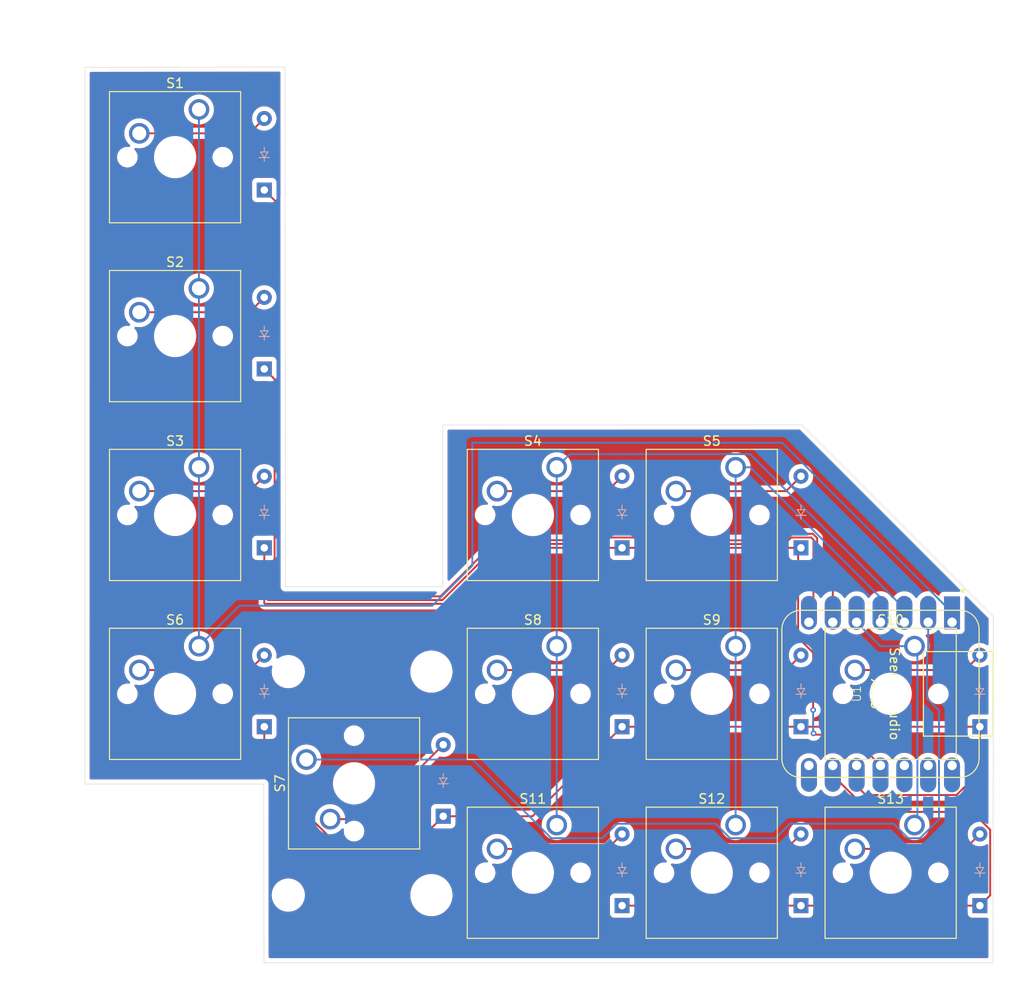
<source format=kicad_pcb>
(kicad_pcb (version 20240108) (generator "pcbnew") (generator_version "8.0")
  (layers (0 "F.Cu" signal) (31 "B.Cu" signal) (34 "B.Paste" user) (35 "F.Paste" user) (36 "B.SilkS" user "B.Silkscreen") (37 "F.SilkS" user "F.Silkscreen") (38 "B.Mask" user) (39 "F.Mask" user) (44 "Edge.Cuts" user))
  (net 0 "")
  (net 1 "Net-(D1-A)")
  (net 2 "Row 0")
  (net 3 "Row 1")
  (net 4 "Net-(D2-A)")
  (net 5 "Row 2")
  (net 6 "Net-(D3-A)")
  (net 7 "Net-(D4-A)")
  (net 8 "Net-(D5-A)")
  (net 9 "Row 3")
  (net 10 "Net-(D6-A)")
  (net 11 "Net-(D7-A)")
  (net 12 "Net-(D8-A)")
  (net 13 "Net-(D9-A)")
  (net 14 "Net-(D10-A)")
  (net 15 "Row 4")
  (net 16 "Net-(D11-A)")
  (net 17 "Net-(D12-A)")
  (net 18 "Net-(D13-A)")
  (net 19 "Column 0")
  (net 20 "Column 2")
  (net 21 "Column 3")
  (net 22 "Column 1")
  (net 23 "Column 4")
  (net 25 "GND")
  (footprint "Button_Switch_Keyboard:SW_Cherry_MX_1.00u_PCB" (layer "F.Cu") (at 87.3125 30.7975)
    (property "Reference" "S1" (at -2.54 -2.794 0) (layer "F.SilkS"))
    (property "Value" "Keyswitch")
    (fp_line (start -9.525 -1.905) (end 4.445 -1.905) (stroke (width 0.12)) (layer "F.SilkS"))
    (fp_line (start -9.525 12.065) (end -9.525 -1.905) (stroke (width 0.12)) (layer "F.SilkS"))
    (fp_line (start 4.445 -1.905) (end 4.445 12.065) (stroke (width 0.12)) (layer "F.SilkS"))
    (fp_line (start 4.445 12.065) (end -9.525 12.065) (stroke (width 0.12)) (layer "F.SilkS"))
    (pad "" np_thru_hole circle (at -7.62 5.08) (size 1.7 1.7) (drill 1.7) (layers "*.Cu" "*.Mask"))
    (pad "" np_thru_hole circle (at -2.54 5.08) (size 4 4) (drill 4) (layers "*.Cu" "*.Mask"))
    (pad "" np_thru_hole circle (at 2.54 5.08) (size 1.7 1.7) (drill 1.7) (layers "*.Cu" "*.Mask"))
    (pad "1" thru_hole circle (at 0 0) (size 2.2 2.2) (drill 1.5) (layers "*.Cu" "*.Mask") (net 19 "Column 0"))
    (pad "2" thru_hole circle (at -6.35 2.54) (size 2.2 2.2) (drill 1.5) (layers "*.Cu" "*.Mask") (net 1 "Net-(D1-A)"))
  )
  (footprint "Button_Switch_Keyboard:SW_Cherry_MX_1.00u_PCB" (layer "F.Cu") (at 87.3125 49.8475)
    (property "Reference" "S2" (at -2.54 -2.794 0) (layer "F.SilkS"))
    (property "Value" "Keyswitch")
    (fp_line (start -9.525 -1.905) (end 4.445 -1.905) (stroke (width 0.12)) (layer "F.SilkS"))
    (fp_line (start -9.525 12.065) (end -9.525 -1.905) (stroke (width 0.12)) (layer "F.SilkS"))
    (fp_line (start 4.445 -1.905) (end 4.445 12.065) (stroke (width 0.12)) (layer "F.SilkS"))
    (fp_line (start 4.445 12.065) (end -9.525 12.065) (stroke (width 0.12)) (layer "F.SilkS"))
    (pad "" np_thru_hole circle (at -7.62 5.08) (size 1.7 1.7) (drill 1.7) (layers "*.Cu" "*.Mask"))
    (pad "" np_thru_hole circle (at -2.54 5.08) (size 4 4) (drill 4) (layers "*.Cu" "*.Mask"))
    (pad "" np_thru_hole circle (at 2.54 5.08) (size 1.7 1.7) (drill 1.7) (layers "*.Cu" "*.Mask"))
    (pad "1" thru_hole circle (at 0 0) (size 2.2 2.2) (drill 1.5) (layers "*.Cu" "*.Mask") (net 19 "Column 0"))
    (pad "2" thru_hole circle (at -6.35 2.54) (size 2.2 2.2) (drill 1.5) (layers "*.Cu" "*.Mask") (net 4 "Net-(D2-A)"))
  )
  (footprint "Button_Switch_Keyboard:SW_Cherry_MX_2.00u_PCB" (layer "F.Cu") (at 98.75 100.02 90)
    (property "Reference" "S7" (at -2.54 -2.794 90) (layer "F.SilkS"))
    (property "Value" "Keyswitch")
    (fp_line (start 4.445 -1.905) (end 4.445 12.065) (stroke (width 0.12)) (layer "F.SilkS"))
    (fp_line (start -9.525 -1.905) (end 4.445 -1.905) (stroke (width 0.12)) (layer "F.SilkS"))
    (fp_line (start 4.445 12.065) (end -9.525 12.065) (stroke (width 0.12)) (layer "F.SilkS"))
    (fp_line (start -9.525 12.065) (end -9.525 -1.905) (stroke (width 0.12)) (layer "F.SilkS"))
    (pad "" np_thru_hole circle (at -14.44 -1.92 90) (size 3.05 3.05) (drill 3.05) (layers "*.Cu" "*.Mask"))
    (pad "" np_thru_hole circle (at -14.44 13.32 90) (size 4 4) (drill 4) (layers "*.Cu" "*.Mask"))
    (pad "" np_thru_hole circle (at -7.62 5.08 90) (size 1.7 1.7) (drill 1.7) (layers "*.Cu" "*.Mask"))
    (pad "" np_thru_hole circle (at -2.54 5.08 90) (size 4 4) (drill 4) (layers "*.Cu" "*.Mask"))
    (pad "" np_thru_hole circle (at 2.54 5.08 90) (size 1.7 1.7) (drill 1.7) (layers "*.Cu" "*.Mask"))
    (pad "" np_thru_hole circle (at 9.36 -1.92 90) (size 3.05 3.05) (drill 3.05) (layers "*.Cu" "*.Mask"))
    (pad "" np_thru_hole circle (at 9.36 13.32 90) (size 4 4) (drill 4) (layers "*.Cu" "*.Mask"))
    (pad "1" thru_hole circle (at 0 0 90) (size 2.2 2.2) (drill 1.5) (layers "*.Cu" "*.Mask") (net 22 "Column 1"))
    (pad "2" thru_hole circle (at -6.35 2.54 90) (size 2.2 2.2) (drill 1.5) (layers "*.Cu" "*.Mask") (net 11 "Net-(D7-A)"))
  )
  (footprint "Button_Switch_Keyboard:SW_Cherry_MX_1.00u_PCB" (layer "F.Cu") (at 144.4625 87.9475)
    (property "Reference" "S9" (at -2.54 -2.794 0) (layer "F.SilkS"))
    (property "Value" "Keyswitch")
    (fp_line (start -9.525 -1.905) (end 4.445 -1.905) (stroke (width 0.12)) (layer "F.SilkS"))
    (fp_line (start -9.525 12.065) (end -9.525 -1.905) (stroke (width 0.12)) (layer "F.SilkS"))
    (fp_line (start 4.445 -1.905) (end 4.445 12.065) (stroke (width 0.12)) (layer "F.SilkS"))
    (fp_line (start 4.445 12.065) (end -9.525 12.065) (stroke (width 0.12)) (layer "F.SilkS"))
    (pad "" np_thru_hole circle (at -7.62 5.08) (size 1.7 1.7) (drill 1.7) (layers "*.Cu" "*.Mask"))
    (pad "" np_thru_hole circle (at -2.54 5.08) (size 4 4) (drill 4) (layers "*.Cu" "*.Mask"))
    (pad "" np_thru_hole circle (at 2.54 5.08) (size 1.7 1.7) (drill 1.7) (layers "*.Cu" "*.Mask"))
    (pad "1" thru_hole circle (at 0 0) (size 2.2 2.2) (drill 1.5) (layers "*.Cu" "*.Mask") (net 21 "Column 3"))
    (pad "2" thru_hole circle (at -6.35 2.54) (size 2.2 2.2) (drill 1.5) (layers "*.Cu" "*.Mask") (net 13 "Net-(D9-A)"))
  )
  (footprint "Button_Switch_Keyboard:SW_Cherry_MX_1.00u_PCB" (layer "F.Cu") (at 163.5125 106.9975)
    (property "Reference" "S13" (at -2.54 -2.794 0) (layer "F.SilkS"))
    (property "Value" "Keyswitch")
    (fp_line (start -9.525 -1.905) (end 4.445 -1.905) (stroke (width 0.12)) (layer "F.SilkS"))
    (fp_line (start -9.525 12.065) (end -9.525 -1.905) (stroke (width 0.12)) (layer "F.SilkS"))
    (fp_line (start 4.445 -1.905) (end 4.445 12.065) (stroke (width 0.12)) (layer "F.SilkS"))
    (fp_line (start 4.445 12.065) (end -9.525 12.065) (stroke (width 0.12)) (layer "F.SilkS"))
    (pad "" np_thru_hole circle (at -7.62 5.08) (size 1.7 1.7) (drill 1.7) (layers "*.Cu" "*.Mask"))
    (pad "" np_thru_hole circle (at -2.54 5.08) (size 4 4) (drill 4) (layers "*.Cu" "*.Mask"))
    (pad "" np_thru_hole circle (at 2.54 5.08) (size 1.7 1.7) (drill 1.7) (layers "*.Cu" "*.Mask"))
    (pad "1" thru_hole circle (at 0 0) (size 2.2 2.2) (drill 1.5) (layers "*.Cu" "*.Mask") (net 23 "Column 4"))
    (pad "2" thru_hole circle (at -6.35 2.54) (size 2.2 2.2) (drill 1.5) (layers "*.Cu" "*.Mask") (net 18 "Net-(D13-A)"))
  )
  (footprint "Button_Switch_Keyboard:SW_Cherry_MX_1.00u_PCB" (layer "F.Cu") (at 87.3125 68.8975)
    (property "Reference" "S3" (at -2.54 -2.794 0) (layer "F.SilkS"))
    (property "Value" "Keyswitch")
    (fp_line (start -9.525 -1.905) (end 4.445 -1.905) (stroke (width 0.12)) (layer "F.SilkS"))
    (fp_line (start -9.525 12.065) (end -9.525 -1.905) (stroke (width 0.12)) (layer "F.SilkS"))
    (fp_line (start 4.445 -1.905) (end 4.445 12.065) (stroke (width 0.12)) (layer "F.SilkS"))
    (fp_line (start 4.445 12.065) (end -9.525 12.065) (stroke (width 0.12)) (layer "F.SilkS"))
    (pad "" np_thru_hole circle (at -7.62 5.08) (size 1.7 1.7) (drill 1.7) (layers "*.Cu" "*.Mask"))
    (pad "" np_thru_hole circle (at -2.54 5.08) (size 4 4) (drill 4) (layers "*.Cu" "*.Mask"))
    (pad "" np_thru_hole circle (at 2.54 5.08) (size 1.7 1.7) (drill 1.7) (layers "*.Cu" "*.Mask"))
    (pad "1" thru_hole circle (at 0 0) (size 2.2 2.2) (drill 1.5) (layers "*.Cu" "*.Mask") (net 19 "Column 0"))
    (pad "2" thru_hole circle (at -6.35 2.54) (size 2.2 2.2) (drill 1.5) (layers "*.Cu" "*.Mask") (net 6 "Net-(D3-A)"))
  )
  (footprint "Button_Switch_Keyboard:SW_Cherry_MX_1.00u_PCB" (layer "F.Cu") (at 125.4125 87.9475)
    (property "Reference" "S8" (at -2.54 -2.794 0) (layer "F.SilkS"))
    (property "Value" "Keyswitch")
    (fp_line (start -9.525 -1.905) (end 4.445 -1.905) (stroke (width 0.12)) (layer "F.SilkS"))
    (fp_line (start -9.525 12.065) (end -9.525 -1.905) (stroke (width 0.12)) (layer "F.SilkS"))
    (fp_line (start 4.445 -1.905) (end 4.445 12.065) (stroke (width 0.12)) (layer "F.SilkS"))
    (fp_line (start 4.445 12.065) (end -9.525 12.065) (stroke (width 0.12)) (layer "F.SilkS"))
    (pad "" np_thru_hole circle (at -7.62 5.08) (size 1.7 1.7) (drill 1.7) (layers "*.Cu" "*.Mask"))
    (pad "" np_thru_hole circle (at -2.54 5.08) (size 4 4) (drill 4) (layers "*.Cu" "*.Mask"))
    (pad "" np_thru_hole circle (at 2.54 5.08) (size 1.7 1.7) (drill 1.7) (layers "*.Cu" "*.Mask"))
    (pad "1" thru_hole circle (at 0 0) (size 2.2 2.2) (drill 1.5) (layers "*.Cu" "*.Mask") (net 20 "Column 2"))
    (pad "2" thru_hole circle (at -6.35 2.54) (size 2.2 2.2) (drill 1.5) (layers "*.Cu" "*.Mask") (net 12 "Net-(D8-A)"))
  )
  (footprint "Button_Switch_Keyboard:SW_Cherry_MX_1.00u_PCB" (layer "F.Cu") (at 87.3125 87.9475)
    (property "Reference" "S6" (at -2.54 -2.794 0) (layer "F.SilkS"))
    (property "Value" "Keyswitch")
    (fp_line (start -9.525 -1.905) (end 4.445 -1.905) (stroke (width 0.12)) (layer "F.SilkS"))
    (fp_line (start -9.525 12.065) (end -9.525 -1.905) (stroke (width 0.12)) (layer "F.SilkS"))
    (fp_line (start 4.445 -1.905) (end 4.445 12.065) (stroke (width 0.12)) (layer "F.SilkS"))
    (fp_line (start 4.445 12.065) (end -9.525 12.065) (stroke (width 0.12)) (layer "F.SilkS"))
    (pad "" np_thru_hole circle (at -7.62 5.08) (size 1.7 1.7) (drill 1.7) (layers "*.Cu" "*.Mask"))
    (pad "" np_thru_hole circle (at -2.54 5.08) (size 4 4) (drill 4) (layers "*.Cu" "*.Mask"))
    (pad "" np_thru_hole circle (at 2.54 5.08) (size 1.7 1.7) (drill 1.7) (layers "*.Cu" "*.Mask"))
    (pad "1" thru_hole circle (at 0 0) (size 2.2 2.2) (drill 1.5) (layers "*.Cu" "*.Mask") (net 19 "Column 0"))
    (pad "2" thru_hole circle (at -6.35 2.54) (size 2.2 2.2) (drill 1.5) (layers "*.Cu" "*.Mask") (net 10 "Net-(D6-A)"))
  )
  (footprint "Button_Switch_Keyboard:SW_Cherry_MX_1.00u_PCB" (layer "F.Cu") (at 144.4625 106.9975)
    (property "Reference" "S12" (at -2.54 -2.794 0) (layer "F.SilkS"))
    (property "Value" "Keyswitch")
    (fp_line (start -9.525 -1.905) (end 4.445 -1.905) (stroke (width 0.12)) (layer "F.SilkS"))
    (fp_line (start -9.525 12.065) (end -9.525 -1.905) (stroke (width 0.12)) (layer "F.SilkS"))
    (fp_line (start 4.445 -1.905) (end 4.445 12.065) (stroke (width 0.12)) (layer "F.SilkS"))
    (fp_line (start 4.445 12.065) (end -9.525 12.065) (stroke (width 0.12)) (layer "F.SilkS"))
    (pad "" np_thru_hole circle (at -7.62 5.08) (size 1.7 1.7) (drill 1.7) (layers "*.Cu" "*.Mask"))
    (pad "" np_thru_hole circle (at -2.54 5.08) (size 4 4) (drill 4) (layers "*.Cu" "*.Mask"))
    (pad "" np_thru_hole circle (at 2.54 5.08) (size 1.7 1.7) (drill 1.7) (layers "*.Cu" "*.Mask"))
    (pad "1" thru_hole circle (at 0 0) (size 2.2 2.2) (drill 1.5) (layers "*.Cu" "*.Mask") (net 21 "Column 3"))
    (pad "2" thru_hole circle (at -6.35 2.54) (size 2.2 2.2) (drill 1.5) (layers "*.Cu" "*.Mask") (net 17 "Net-(D12-A)"))
  )
  (footprint "Button_Switch_Keyboard:SW_Cherry_MX_1.00u_PCB" (layer "F.Cu") (at 163.5125 87.9475)
    (property "Reference" "S10" (at -2.54 -2.794 0) (layer "F.SilkS"))
    (property "Value" "Keyswitch")
    (fp_line (start -9.525 -1.905) (end 4.445 -1.905) (stroke (width 0.12)) (layer "F.SilkS"))
    (fp_line (start -9.525 12.065) (end -9.525 -1.905) (stroke (width 0.12)) (layer "F.SilkS"))
    (fp_line (start 4.445 -1.905) (end 4.445 12.065) (stroke (width 0.12)) (layer "F.SilkS"))
    (fp_line (start 4.445 12.065) (end -9.525 12.065) (stroke (width 0.12)) (layer "F.SilkS"))
    (pad "" np_thru_hole circle (at -7.62 5.08) (size 1.7 1.7) (drill 1.7) (layers "*.Cu" "*.Mask"))
    (pad "" np_thru_hole circle (at -2.54 5.08) (size 4 4) (drill 4) (layers "*.Cu" "*.Mask"))
    (pad "" np_thru_hole circle (at 2.54 5.08) (size 1.7 1.7) (drill 1.7) (layers "*.Cu" "*.Mask"))
    (pad "1" thru_hole circle (at 0 0) (size 2.2 2.2) (drill 1.5) (layers "*.Cu" "*.Mask") (net 23 "Column 4"))
    (pad "2" thru_hole circle (at -6.35 2.54) (size 2.2 2.2) (drill 1.5) (layers "*.Cu" "*.Mask") (net 14 "Net-(D10-A)"))
  )
  (footprint "Button_Switch_Keyboard:SW_Cherry_MX_1.00u_PCB" (layer "F.Cu") (at 125.4125 106.9975)
    (property "Reference" "S11" (at -2.54 -2.794 0) (layer "F.SilkS"))
    (property "Value" "Keyswitch")
    (fp_line (start -9.525 -1.905) (end 4.445 -1.905) (stroke (width 0.12)) (layer "F.SilkS"))
    (fp_line (start -9.525 12.065) (end -9.525 -1.905) (stroke (width 0.12)) (layer "F.SilkS"))
    (fp_line (start 4.445 -1.905) (end 4.445 12.065) (stroke (width 0.12)) (layer "F.SilkS"))
    (fp_line (start 4.445 12.065) (end -9.525 12.065) (stroke (width 0.12)) (layer "F.SilkS"))
    (pad "" np_thru_hole circle (at -7.62 5.08) (size 1.7 1.7) (drill 1.7) (layers "*.Cu" "*.Mask"))
    (pad "" np_thru_hole circle (at -2.54 5.08) (size 4 4) (drill 4) (layers "*.Cu" "*.Mask"))
    (pad "" np_thru_hole circle (at 2.54 5.08) (size 1.7 1.7) (drill 1.7) (layers "*.Cu" "*.Mask"))
    (pad "1" thru_hole circle (at 0 0) (size 2.2 2.2) (drill 1.5) (layers "*.Cu" "*.Mask") (net 20 "Column 2"))
    (pad "2" thru_hole circle (at -6.35 2.54) (size 2.2 2.2) (drill 1.5) (layers "*.Cu" "*.Mask") (net 16 "Net-(D11-A)"))
  )
  (footprint "Button_Switch_Keyboard:SW_Cherry_MX_1.00u_PCB" (layer "F.Cu") (at 144.4625 68.8975)
    (property "Reference" "S5" (at -2.54 -2.794 0) (layer "F.SilkS"))
    (property "Value" "Keyswitch")
    (fp_line (start -9.525 -1.905) (end 4.445 -1.905) (stroke (width 0.12)) (layer "F.SilkS"))
    (fp_line (start -9.525 12.065) (end -9.525 -1.905) (stroke (width 0.12)) (layer "F.SilkS"))
    (fp_line (start 4.445 -1.905) (end 4.445 12.065) (stroke (width 0.12)) (layer "F.SilkS"))
    (fp_line (start 4.445 12.065) (end -9.525 12.065) (stroke (width 0.12)) (layer "F.SilkS"))
    (pad "" np_thru_hole circle (at -7.62 5.08) (size 1.7 1.7) (drill 1.7) (layers "*.Cu" "*.Mask"))
    (pad "" np_thru_hole circle (at -2.54 5.08) (size 4 4) (drill 4) (layers "*.Cu" "*.Mask"))
    (pad "" np_thru_hole circle (at 2.54 5.08) (size 1.7 1.7) (drill 1.7) (layers "*.Cu" "*.Mask"))
    (pad "1" thru_hole circle (at 0 0) (size 2.2 2.2) (drill 1.5) (layers "*.Cu" "*.Mask") (net 21 "Column 3"))
    (pad "2" thru_hole circle (at -6.35 2.54) (size 2.2 2.2) (drill 1.5) (layers "*.Cu" "*.Mask") (net 8 "Net-(D5-A)"))
  )
  (footprint "Button_Switch_Keyboard:SW_Cherry_MX_1.00u_PCB" (layer "F.Cu") (at 125.4125 68.8975)
    (property "Reference" "S4" (at -2.54 -2.794 0) (layer "F.SilkS"))
    (property "Value" "Keyswitch")
    (fp_line (start -9.525 -1.905) (end 4.445 -1.905) (stroke (width 0.12)) (layer "F.SilkS"))
    (fp_line (start -9.525 12.065) (end -9.525 -1.905) (stroke (width 0.12)) (layer "F.SilkS"))
    (fp_line (start 4.445 -1.905) (end 4.445 12.065) (stroke (width 0.12)) (layer "F.SilkS"))
    (fp_line (start 4.445 12.065) (end -9.525 12.065) (stroke (width 0.12)) (layer "F.SilkS"))
    (pad "" np_thru_hole circle (at -7.62 5.08) (size 1.7 1.7) (drill 1.7) (layers "*.Cu" "*.Mask"))
    (pad "" np_thru_hole circle (at -2.54 5.08) (size 4 4) (drill 4) (layers "*.Cu" "*.Mask"))
    (pad "" np_thru_hole circle (at 2.54 5.08) (size 1.7 1.7) (drill 1.7) (layers "*.Cu" "*.Mask"))
    (pad "1" thru_hole circle (at 0 0) (size 2.2 2.2) (drill 1.5) (layers "*.Cu" "*.Mask") (net 20 "Column 2"))
    (pad "2" thru_hole circle (at -6.35 2.54) (size 2.2 2.2) (drill 1.5) (layers "*.Cu" "*.Mask") (net 7 "Net-(D4-A)"))
  )
  (footprint "footprints:XIAO-Generic-Hybrid-14P-2.54-21X17.8MM" (layer "F.Cu") (at 159.89 93.025 -90)
    (property "Reference" "U1" (at 0 2.54 90) (layer "F.SilkS") (effects (font (size 0.889 0.889) (thickness 0.1016))))
    (property "Value" "Seeed Studio XIAO SAMD21" (hide yes))
    (fp_line (start -6.9 10.5) (end 6.9 10.5) (stroke (width 0.127)) (layer "F.SilkS"))
    (fp_line (start 8.9 8.5) (end 8.9 -8.5) (stroke (width 0.127)) (layer "F.SilkS"))
    (fp_line (start -4.5 -4.57073) (end -4.5 -11.92403) (stroke (width 0.127)) (layer "F.SilkS"))
    (fp_line (start 4.5 -4.57073) (end -4.5 -4.57073) (stroke (width 0.127)) (layer "F.SilkS"))
    (fp_line (start -8.9 -8.5) (end -8.9 8.5) (stroke (width 0.127)) (layer "F.SilkS"))
    (fp_line (start 6.9 -10.49909) (end -6.9 -10.49909) (stroke (width 0.127)) (layer "F.SilkS"))
    (fp_line (start -4.5 -11.92403) (end 4.5 -11.92403) (stroke (width 0.127)) (layer "F.SilkS"))
    (fp_line (start 4.5 -11.92403) (end 4.5 -4.57073) (stroke (width 0.127)) (layer "F.SilkS"))
    (fp_arc (start -6.9 10.5) (mid -8.301423 9.901423) (end -8.9 8.5) (stroke (width 0.12)) (layer "F.SilkS"))
    (fp_arc (start 8.9 8.5) (mid 8.314214 9.914214) (end 6.9 10.5) (stroke (width 0.12)) (layer "F.SilkS"))
    (fp_arc (start -8.9 -8.5) (mid -8.301491 -9.901491) (end -6.9 -10.5) (stroke (width 0.12)) (layer "F.SilkS"))
    (fp_arc (start 6.9 -10.5) (mid 8.301494 -9.901494) (end 8.9 -8.5) (stroke (width 0.12)) (layer "F.SilkS"))
    (fp_circle (center -11 -8.8) (end -11 -9.054) (fill solid) (layer "F.SilkS"))
    (fp_poly (pts (xy -8.887715 -8.561705) (xy -8.884667 -8.610473) (xy -8.880603 -8.659494)) (stroke (width 0.0254)) (fill none) (layer "F.SilkS"))
    (fp_poly (pts (xy 8.889492 8.521574) (xy 8.887713 8.57085) (xy 8.884665 8.619618) (xy 8.880601 8.668639) (xy 8.875268 8.717407) (xy 8.868664 8.766175) (xy 8.861044 8.81469) (xy 8.852153 8.86295) (xy 8.842248 8.910955)) (stroke (width 0.0254)) (fill none) (layer "F.SilkS"))
    (fp_text user "Seeed Studio" (at 0 -1.5 -90) (layer "F.SilkS"))
    (fp_text user "XIAO" (at 0 0.5 -90) (layer "F.SilkS"))
    (pad "1" thru_hole rect (at -7.625 -7.62 270) (size 3.5 1.7) (drill 1 (offset -1 0)) (layers "*.Cu" "*.Mask") (net 19 "Column 0"))
    (pad "2" thru_hole oval (at -7.625 -5.08 270) (size 3.6 1.7) (drill 1 (offset -1 0)) (layers "*.Cu" "*.Mask") (net 22 "Column 1"))
    (pad "3" thru_hole oval (at -7.625 -2.54 270) (size 3.6 1.7) (drill 1 (offset -1 0)) (layers "*.Cu" "*.Mask") (net 20 "Column 2"))
    (pad "4" thru_hole oval (at -7.625 0 270) (size 3.6 1.7) (drill 1 (offset -1 0)) (layers "*.Cu" "*.Mask") (net 21 "Column 3"))
    (pad "5" thru_hole oval (at -7.625 2.54 270) (size 3.6 1.7) (drill 1 (offset -1 0)) (layers "*.Cu" "*.Mask") (net 23 "Column 4"))
    (pad "6" thru_hole oval (at -7.625 5.08 90) (size 3.6 1.7) (drill 1 (offset 1 0)) (layers "*.Cu" "*.Mask") (net 2 "Row 0"))
    (pad "7" thru_hole oval (at -7.625 7.62 270) (size 3.6 1.7) (drill 1 (offset -1 0)) (layers "*.Cu" "*.Mask") (net 3 "Row 1"))
    (pad "8" thru_hole oval (at 7.625 7.62 270) (size 3.6 1.7) (drill 1 (offset 1 0)) (layers "*.Cu" "*.Mask"))
    (pad "9" thru_hole oval (at 7.625 5.08 270) (size 3.6 1.7) (drill 1 (offset 1 0)) (layers "*.Cu" "*.Mask") (net 15 "Row 4"))
    (pad "10" thru_hole oval (at 7.625 2.54 270) (size 3.6 1.7) (drill 1 (offset 1 0)) (layers "*.Cu" "*.Mask") (net 9 "Row 3"))
    (pad "11" thru_hole oval (at 7.625 0 270) (size 3.7 1.7) (drill 1 (offset 1 0)) (layers "*.Cu" "*.Mask") (net 5 "Row 2"))
    (pad "12" thru_hole oval (at 7.625 -2.54 270) (size 3.7 1.7) (drill 1 (offset 1 0)) (layers "*.Cu" "*.Mask"))
    (pad "13" thru_hole oval (at 7.625 -5.08 270) (size 3.7 1.7) (drill 1 (offset 1 0)) (layers "*.Cu" "*.Mask") (net 25 "GND"))
    (pad "14" thru_hole oval (at 7.625 -7.62 270) (size 3.7 1.7) (drill 1 (offset 1 0)) (layers "*.Cu" "*.Mask"))
  )
  (footprint "ScottoKeebs_Components:Diode_DO-35" (layer "B.Cu") (at 170.4725 96.5275 90)
    (property "Reference" "D10" (hide yes))
    (property "Value" "Diode" (hide yes))
    (fp_line (start 3.46 -0.55) (end 3.46 0.55) (stroke (width 0.1)) (layer "B.SilkS"))
    (fp_line (start 4.06 -0.4) (end 4.06 0.4) (stroke (width 0.1)) (layer "B.SilkS"))
    (fp_line (start 4.56 0) (end 4.06 0) (stroke (width 0.1)) (layer "B.SilkS"))
    (fp_line (start 3.46 0) (end 4.06 -0.4) (stroke (width 0.1)) (layer "B.SilkS"))
    (fp_line (start 3.46 0) (end 3.06 0) (stroke (width 0.1)) (layer "B.SilkS"))
    (fp_line (start 4.06 0.4) (end 3.46 0) (stroke (width 0.1)) (layer "B.SilkS"))
    (pad "1" thru_hole rect (at 0 0 90) (size 1.6 1.6) (drill 0.8) (layers "*.Cu" "*.Mask") (net 9 "Row 3"))
    (pad "2" thru_hole oval (at 7.62 0 90) (size 1.6 1.6) (drill 0.8) (layers "*.Cu" "*.Mask") (net 14 "Net-(D10-A)"))
  )
  (footprint "ScottoKeebs_Components:Diode_DO-35" (layer "B.Cu") (at 151.4225 96.5275 90)
    (property "Reference" "D9" (hide yes))
    (property "Value" "Diode" (hide yes))
    (fp_line (start 3.46 -0.55) (end 3.46 0.55) (stroke (width 0.1)) (layer "B.SilkS"))
    (fp_line (start 4.06 -0.4) (end 4.06 0.4) (stroke (width 0.1)) (layer "B.SilkS"))
    (fp_line (start 4.56 0) (end 4.06 0) (stroke (width 0.1)) (layer "B.SilkS"))
    (fp_line (start 3.46 0) (end 4.06 -0.4) (stroke (width 0.1)) (layer "B.SilkS"))
    (fp_line (start 3.46 0) (end 3.06 0) (stroke (width 0.1)) (layer "B.SilkS"))
    (fp_line (start 4.06 0.4) (end 3.46 0) (stroke (width 0.1)) (layer "B.SilkS"))
    (pad "1" thru_hole rect (at 0 0 90) (size 1.6 1.6) (drill 0.8) (layers "*.Cu" "*.Mask") (net 9 "Row 3"))
    (pad "2" thru_hole oval (at 7.62 0 90) (size 1.6 1.6) (drill 0.8) (layers "*.Cu" "*.Mask") (net 13 "Net-(D9-A)"))
  )
  (footprint "ScottoKeebs_Components:Diode_DO-35" (layer "B.Cu") (at 94.2725 96.5275 90)
    (property "Reference" "D6" (hide yes))
    (property "Value" "Diode" (hide yes))
    (fp_line (start 3.46 -0.55) (end 3.46 0.55) (stroke (width 0.1)) (layer "B.SilkS"))
    (fp_line (start 4.06 -0.4) (end 4.06 0.4) (stroke (width 0.1)) (layer "B.SilkS"))
    (fp_line (start 4.56 0) (end 4.06 0) (stroke (width 0.1)) (layer "B.SilkS"))
    (fp_line (start 3.46 0) (end 4.06 -0.4) (stroke (width 0.1)) (layer "B.SilkS"))
    (fp_line (start 3.46 0) (end 3.06 0) (stroke (width 0.1)) (layer "B.SilkS"))
    (fp_line (start 4.06 0.4) (end 3.46 0) (stroke (width 0.1)) (layer "B.SilkS"))
    (pad "1" thru_hole rect (at 0 0 90) (size 1.6 1.6) (drill 0.8) (layers "*.Cu" "*.Mask") (net 9 "Row 3"))
    (pad "2" thru_hole oval (at 7.62 0 90) (size 1.6 1.6) (drill 0.8) (layers "*.Cu" "*.Mask") (net 10 "Net-(D6-A)"))
  )
  (footprint "ScottoKeebs_Components:Diode_DO-35" (layer "B.Cu") (at 113.33 106.06 90)
    (property "Reference" "D7" (hide yes))
    (property "Value" "Diode" (hide yes))
    (fp_line (start 3.46 -0.55) (end 3.46 0.55) (stroke (width 0.1)) (layer "B.SilkS"))
    (fp_line (start 4.06 -0.4) (end 4.06 0.4) (stroke (width 0.1)) (layer "B.SilkS"))
    (fp_line (start 4.56 0) (end 4.06 0) (stroke (width 0.1)) (layer "B.SilkS"))
    (fp_line (start 3.46 0) (end 4.06 -0.4) (stroke (width 0.1)) (layer "B.SilkS"))
    (fp_line (start 3.46 0) (end 3.06 0) (stroke (width 0.1)) (layer "B.SilkS"))
    (fp_line (start 4.06 0.4) (end 3.46 0) (stroke (width 0.1)) (layer "B.SilkS"))
    (pad "1" thru_hole rect (at 0 0 90) (size 1.6 1.6) (drill 0.8) (layers "*.Cu" "*.Mask") (net 9 "Row 3"))
    (pad "2" thru_hole oval (at 7.62 0 90) (size 1.6 1.6) (drill 0.8) (layers "*.Cu" "*.Mask") (net 11 "Net-(D7-A)"))
  )
  (footprint "ScottoKeebs_Components:Diode_DO-35" (layer "B.Cu") (at 151.4225 77.4775 90)
    (property "Reference" "D5" (hide yes))
    (property "Value" "Diode" (hide yes))
    (fp_line (start 3.46 -0.55) (end 3.46 0.55) (stroke (width 0.1)) (layer "B.SilkS"))
    (fp_line (start 4.06 -0.4) (end 4.06 0.4) (stroke (width 0.1)) (layer "B.SilkS"))
    (fp_line (start 4.56 0) (end 4.06 0) (stroke (width 0.1)) (layer "B.SilkS"))
    (fp_line (start 3.46 0) (end 4.06 -0.4) (stroke (width 0.1)) (layer "B.SilkS"))
    (fp_line (start 3.46 0) (end 3.06 0) (stroke (width 0.1)) (layer "B.SilkS"))
    (fp_line (start 4.06 0.4) (end 3.46 0) (stroke (width 0.1)) (layer "B.SilkS"))
    (pad "1" thru_hole rect (at 0 0 90) (size 1.6 1.6) (drill 0.8) (layers "*.Cu" "*.Mask") (net 5 "Row 2"))
    (pad "2" thru_hole oval (at 7.62 0 90) (size 1.6 1.6) (drill 0.8) (layers "*.Cu" "*.Mask") (net 8 "Net-(D5-A)"))
  )
  (footprint "ScottoKeebs_Components:Diode_DO-35" (layer "B.Cu") (at 132.3725 77.4775 90)
    (property "Reference" "D4" (hide yes))
    (property "Value" "Diode" (hide yes))
    (fp_line (start 3.46 -0.55) (end 3.46 0.55) (stroke (width 0.1)) (layer "B.SilkS"))
    (fp_line (start 4.06 -0.4) (end 4.06 0.4) (stroke (width 0.1)) (layer "B.SilkS"))
    (fp_line (start 4.56 0) (end 4.06 0) (stroke (width 0.1)) (layer "B.SilkS"))
    (fp_line (start 3.46 0) (end 4.06 -0.4) (stroke (width 0.1)) (layer "B.SilkS"))
    (fp_line (start 3.46 0) (end 3.06 0) (stroke (width 0.1)) (layer "B.SilkS"))
    (fp_line (start 4.06 0.4) (end 3.46 0) (stroke (width 0.1)) (layer "B.SilkS"))
    (pad "1" thru_hole rect (at 0 0 90) (size 1.6 1.6) (drill 0.8) (layers "*.Cu" "*.Mask") (net 5 "Row 2"))
    (pad "2" thru_hole oval (at 7.62 0 90) (size 1.6 1.6) (drill 0.8) (layers "*.Cu" "*.Mask") (net 7 "Net-(D4-A)"))
  )
  (footprint "ScottoKeebs_Components:Diode_DO-35" (layer "B.Cu") (at 132.3725 115.5775 90)
    (property "Reference" "D11" (hide yes))
    (property "Value" "Diode" (hide yes))
    (fp_line (start 3.46 -0.55) (end 3.46 0.55) (stroke (width 0.1)) (layer "B.SilkS"))
    (fp_line (start 4.06 -0.4) (end 4.06 0.4) (stroke (width 0.1)) (layer "B.SilkS"))
    (fp_line (start 4.56 0) (end 4.06 0) (stroke (width 0.1)) (layer "B.SilkS"))
    (fp_line (start 3.46 0) (end 4.06 -0.4) (stroke (width 0.1)) (layer "B.SilkS"))
    (fp_line (start 3.46 0) (end 3.06 0) (stroke (width 0.1)) (layer "B.SilkS"))
    (fp_line (start 4.06 0.4) (end 3.46 0) (stroke (width 0.1)) (layer "B.SilkS"))
    (pad "1" thru_hole rect (at 0 0 90) (size 1.6 1.6) (drill 0.8) (layers "*.Cu" "*.Mask") (net 15 "Row 4"))
    (pad "2" thru_hole oval (at 7.62 0 90) (size 1.6 1.6) (drill 0.8) (layers "*.Cu" "*.Mask") (net 16 "Net-(D11-A)"))
  )
  (footprint "ScottoKeebs_Components:Diode_DO-35" (layer "B.Cu") (at 94.2725 77.4775 90)
    (property "Reference" "D3" (hide yes))
    (property "Value" "Diode" (hide yes))
    (fp_line (start 3.46 -0.55) (end 3.46 0.55) (stroke (width 0.1)) (layer "B.SilkS"))
    (fp_line (start 4.06 -0.4) (end 4.06 0.4) (stroke (width 0.1)) (layer "B.SilkS"))
    (fp_line (start 4.56 0) (end 4.06 0) (stroke (width 0.1)) (layer "B.SilkS"))
    (fp_line (start 3.46 0) (end 4.06 -0.4) (stroke (width 0.1)) (layer "B.SilkS"))
    (fp_line (start 3.46 0) (end 3.06 0) (stroke (width 0.1)) (layer "B.SilkS"))
    (fp_line (start 4.06 0.4) (end 3.46 0) (stroke (width 0.1)) (layer "B.SilkS"))
    (pad "1" thru_hole rect (at 0 0 90) (size 1.6 1.6) (drill 0.8) (layers "*.Cu" "*.Mask") (net 5 "Row 2"))
    (pad "2" thru_hole oval (at 7.62 0 90) (size 1.6 1.6) (drill 0.8) (layers "*.Cu" "*.Mask") (net 6 "Net-(D3-A)"))
  )
  (footprint "ScottoKeebs_Components:Diode_DO-35" (layer "B.Cu") (at 151.4225 115.5775 90)
    (property "Reference" "D12" (hide yes))
    (property "Value" "Diode" (hide yes))
    (fp_line (start 3.46 -0.55) (end 3.46 0.55) (stroke (width 0.1)) (layer "B.SilkS"))
    (fp_line (start 4.06 -0.4) (end 4.06 0.4) (stroke (width 0.1)) (layer "B.SilkS"))
    (fp_line (start 4.56 0) (end 4.06 0) (stroke (width 0.1)) (layer "B.SilkS"))
    (fp_line (start 3.46 0) (end 4.06 -0.4) (stroke (width 0.1)) (layer "B.SilkS"))
    (fp_line (start 3.46 0) (end 3.06 0) (stroke (width 0.1)) (layer "B.SilkS"))
    (fp_line (start 4.06 0.4) (end 3.46 0) (stroke (width 0.1)) (layer "B.SilkS"))
    (pad "1" thru_hole rect (at 0 0 90) (size 1.6 1.6) (drill 0.8) (layers "*.Cu" "*.Mask") (net 15 "Row 4"))
    (pad "2" thru_hole oval (at 7.62 0 90) (size 1.6 1.6) (drill 0.8) (layers "*.Cu" "*.Mask") (net 17 "Net-(D12-A)"))
  )
  (footprint "ScottoKeebs_Components:Diode_DO-35" (layer "B.Cu") (at 94.2725 39.3775 90)
    (property "Reference" "D1" (hide yes))
    (property "Value" "Diode" (hide yes))
    (fp_line (start 3.46 -0.55) (end 3.46 0.55) (stroke (width 0.1)) (layer "B.SilkS"))
    (fp_line (start 4.06 -0.4) (end 4.06 0.4) (stroke (width 0.1)) (layer "B.SilkS"))
    (fp_line (start 4.56 0) (end 4.06 0) (stroke (width 0.1)) (layer "B.SilkS"))
    (fp_line (start 3.46 0) (end 4.06 -0.4) (stroke (width 0.1)) (layer "B.SilkS"))
    (fp_line (start 3.46 0) (end 3.06 0) (stroke (width 0.1)) (layer "B.SilkS"))
    (fp_line (start 4.06 0.4) (end 3.46 0) (stroke (width 0.1)) (layer "B.SilkS"))
    (pad "1" thru_hole rect (at 0 0 90) (size 1.6 1.6) (drill 0.8) (layers "*.Cu" "*.Mask") (net 2 "Row 0"))
    (pad "2" thru_hole oval (at 7.62 0 90) (size 1.6 1.6) (drill 0.8) (layers "*.Cu" "*.Mask") (net 1 "Net-(D1-A)"))
  )
  (footprint "ScottoKeebs_Components:Diode_DO-35" (layer "B.Cu") (at 94.2725 58.4275 90)
    (property "Reference" "D2" (hide yes))
    (property "Value" "Diode" (hide yes))
    (fp_line (start 3.46 -0.55) (end 3.46 0.55) (stroke (width 0.1)) (layer "B.SilkS"))
    (fp_line (start 4.06 -0.4) (end 4.06 0.4) (stroke (width 0.1)) (layer "B.SilkS"))
    (fp_line (start 4.56 0) (end 4.06 0) (stroke (width 0.1)) (layer "B.SilkS"))
    (fp_line (start 3.46 0) (end 4.06 -0.4) (stroke (width 0.1)) (layer "B.SilkS"))
    (fp_line (start 3.46 0) (end 3.06 0) (stroke (width 0.1)) (layer "B.SilkS"))
    (fp_line (start 4.06 0.4) (end 3.46 0) (stroke (width 0.1)) (layer "B.SilkS"))
    (pad "1" thru_hole rect (at 0 0 90) (size 1.6 1.6) (drill 0.8) (layers "*.Cu" "*.Mask") (net 3 "Row 1"))
    (pad "2" thru_hole oval (at 7.62 0 90) (size 1.6 1.6) (drill 0.8) (layers "*.Cu" "*.Mask") (net 4 "Net-(D2-A)"))
  )
  (footprint "ScottoKeebs_Components:Diode_DO-35" (layer "B.Cu") (at 132.3725 96.5275 90)
    (property "Reference" "D8" (hide yes))
    (property "Value" "Diode" (hide yes))
    (fp_line (start 3.46 -0.55) (end 3.46 0.55) (stroke (width 0.1)) (layer "B.SilkS"))
    (fp_line (start 4.06 -0.4) (end 4.06 0.4) (stroke (width 0.1)) (layer "B.SilkS"))
    (fp_line (start 4.56 0) (end 4.06 0) (stroke (width 0.1)) (layer "B.SilkS"))
    (fp_line (start 3.46 0) (end 4.06 -0.4) (stroke (width 0.1)) (layer "B.SilkS"))
    (fp_line (start 3.46 0) (end 3.06 0) (stroke (width 0.1)) (layer "B.SilkS"))
    (fp_line (start 4.06 0.4) (end 3.46 0) (stroke (width 0.1)) (layer "B.SilkS"))
    (pad "1" thru_hole rect (at 0 0 90) (size 1.6 1.6) (drill 0.8) (layers "*.Cu" "*.Mask") (net 9 "Row 3"))
    (pad "2" thru_hole oval (at 7.62 0 90) (size 1.6 1.6) (drill 0.8) (layers "*.Cu" "*.Mask") (net 12 "Net-(D8-A)"))
  )
  (footprint "ScottoKeebs_Components:Diode_DO-35" (layer "B.Cu") (at 170.4725 115.5775 90)
    (property "Reference" "D13" (hide yes))
    (property "Value" "Diode" (hide yes))
    (fp_line (start 3.46 -0.55) (end 3.46 0.55) (stroke (width 0.1)) (layer "B.SilkS"))
    (fp_line (start 4.06 -0.4) (end 4.06 0.4) (stroke (width 0.1)) (layer "B.SilkS"))
    (fp_line (start 4.56 0) (end 4.06 0) (stroke (width 0.1)) (layer "B.SilkS"))
    (fp_line (start 3.46 0) (end 4.06 -0.4) (stroke (width 0.1)) (layer "B.SilkS"))
    (fp_line (start 3.46 0) (end 3.06 0) (stroke (width 0.1)) (layer "B.SilkS"))
    (fp_line (start 4.06 0.4) (end 3.46 0) (stroke (width 0.1)) (layer "B.SilkS"))
    (pad "1" thru_hole rect (at 0 0 90) (size 1.6 1.6) (drill 0.8) (layers "*.Cu" "*.Mask") (net 15 "Row 4"))
    (pad "2" thru_hole oval (at 7.62 0 90) (size 1.6 1.6) (drill 0.8) (layers "*.Cu" "*.Mask") (net 18 "Net-(D13-A)"))
  )
  (gr_poly (pts (xy 75.19 26.3) (xy 96.48 26.28) (xy 96.51 81.62) (xy 113.29 81.62) (xy 113.29 64.4) (xy 151.51 64.39) (xy 171.9 84.79) (xy 171.87 121.66) (xy 94.24 121.66) (xy 94.22 102.63) (xy 75.18 102.63) (xy 75.19 26.3)) (stroke (width 0.05)) (fill none) (layer "Edge.Cuts"))
  (segment (start 92.6925 33.3375) (end 80.9625 33.3375) (width 0.2) (layer "F.Cu") (net 1))
  (segment (start 94.2725 31.7575) (end 92.6925 33.3375) (width 0.2) (layer "F.Cu") (net 1))
  (segment (start 130.164314 76.66) (end 130.874314 75.95) (width 0.2) (layer "F.Cu") (net 2))
  (segment (start 95.85 40.955) (end 95.85 82.64) (width 0.2) (layer "F.Cu") (net 2))
  (segment (start 154.81 79.95) (end 154.81 85.4) (width 0.2) (layer "F.Cu") (net 2))
  (segment (start 113.04 82.64) (end 119.02 76.66) (width 0.2) (layer "F.Cu") (net 2))
  (segment (start 150.214314 75.9775) (end 152.688186 75.9775) (width 0.2) (layer "F.Cu") (net 2))
  (segment (start 149.514314 76.6775) (end 150.214314 75.9775) (width 0.2) (layer "F.Cu") (net 2))
  (segment (start 152.688186 75.9775) (end 153.15 76.439314) (width 0.2) (layer "F.Cu") (net 2))
  (segment (start 133.798185 75.95) (end 134.525685 76.6775) (width 0.2) (layer "F.Cu") (net 2))
  (segment (start 134.525685 76.6775) (end 149.514314 76.6775) (width 0.2) (layer "F.Cu") (net 2))
  (segment (start 94.2725 39.3775) (end 95.85 40.955) (width 0.2) (layer "F.Cu") (net 2))
  (segment (start 130.874314 75.95) (end 133.798185 75.95) (width 0.2) (layer "F.Cu") (net 2))
  (segment (start 95.85 82.64) (end 113.04 82.64) (width 0.2) (layer "F.Cu") (net 2))
  (segment (start 153.15 78.29) (end 154.81 79.95) (width 0.2) (layer "F.Cu") (net 2))
  (segment (start 153.15 76.439314) (end 153.15 78.29) (width 0.2) (layer "F.Cu") (net 2))
  (segment (start 119.02 76.66) (end 130.164314 76.66) (width 0.2) (layer "F.Cu") (net 2))
  (segment (start 113.234314 83.04) (end 119.214314 77.06) (width 0.2) (layer "F.Cu") (net 3))
  (segment (start 152.75 84.92) (end 152.27 85.4) (width 0.2) (layer "F.Cu") (net 3))
  (segment (start 134.36 77.0775) (end 149.68 77.0775) (width 0.2) (layer "F.Cu") (net 3))
  (segment (start 149.68 77.0775) (end 150.38 76.3775) (width 0.2) (layer "F.Cu") (net 3))
  (segment (start 152.5225 76.3775) (end 152.75 76.605) (width 0.2) (layer "F.Cu") (net 3))
  (segment (start 95.3725 78.6975) (end 94.68 79.39) (width 0.2) (layer "F.Cu") (net 3))
  (segment (start 94.68 79.39) (end 94.68 83.04) (width 0.2) (layer "F.Cu") (net 3))
  (segment (start 119.214314 77.06) (end 130.33 77.06) (width 0.2) (layer "F.Cu") (net 3))
  (segment (start 152.75 76.605) (end 152.75 84.92) (width 0.2) (layer "F.Cu") (net 3))
  (segment (start 131.0125 76.3775) (end 133.66 76.3775) (width 0.2) (layer "F.Cu") (net 3))
  (segment (start 94.2725 58.4275) (end 95.3725 59.5275) (width 0.2) (layer "F.Cu") (net 3))
  (segment (start 94.68 83.04) (end 113.234314 83.04) (width 0.2) (layer "F.Cu") (net 3))
  (segment (start 152.27 84.05) (end 152.45 83.87) (width 0.2) (layer "F.Cu") (net 3))
  (segment (start 152.27 85.4) (end 152.27 84.05) (width 0.2) (layer "F.Cu") (net 3))
  (segment (start 150.38 76.3775) (end 152.5225 76.3775) (width 0.2) (layer "F.Cu") (net 3))
  (segment (start 130.33 77.06) (end 131.0125 76.3775) (width 0.2) (layer "F.Cu") (net 3))
  (segment (start 133.66 76.3775) (end 134.36 77.0775) (width 0.2) (layer "F.Cu") (net 3))
  (segment (start 95.3725 59.5275) (end 95.3725 78.6975) (width 0.2) (layer "F.Cu") (net 3))
  (segment (start 92.6925 52.3875) (end 80.9625 52.3875) (width 0.2) (layer "F.Cu") (net 4))
  (segment (start 94.2725 50.8075) (end 92.6925 52.3875) (width 0.2) (layer "F.Cu") (net 4))
  (segment (start 94.2725 77.4775) (end 94.2725 83.3725) (width 0.2) (layer "F.Cu") (net 5))
  (segment (start 156.61 97.37) (end 159.89 100.65) (width 0.2) (layer "F.Cu") (net 5))
  (segment (start 113.33 83.51) (end 119.3625 77.4775) (width 0.2) (layer "F.Cu") (net 5))
  (segment (start 151.4225 77.4775) (end 151.12 77.78) (width 0.2) (layer "F.Cu") (net 5))
  (segment (start 152.72 88.649365) (end 152.72 94.74) (width 0.2) (layer "F.Cu") (net 5))
  (segment (start 113.26 83.44) (end 113.33 83.51) (width 0.2) (layer "F.Cu") (net 5))
  (segment (start 119.3625 77.4775) (end 132.3725 77.4775) (width 0.2) (layer "F.Cu") (net 5))
  (segment (start 152.9 97.37) (end 156.61 97.37) (width 0.2) (layer "F.Cu") (net 5))
  (segment (start 132.3725 77.4775) (end 151.4225 77.4775) (width 0.2) (layer "F.Cu") (net 5))
  (segment (start 151.12 87.049365) (end 152.72 88.649365) (width 0.2) (layer "F.Cu") (net 5))
  (segment (start 94.2725 83.3725) (end 94.34 83.44) (width 0.2) (layer "F.Cu") (net 5))
  (segment (start 94.34 83.44) (end 113.26 83.44) (width 0.2) (layer "F.Cu") (net 5))
  (segment (start 152.76 97.23) (end 152.9 97.37) (width 0.2) (layer "F.Cu") (net 5))
  (segment (start 151.12 77.78) (end 151.12 87.049365) (width 0.2) (layer "F.Cu") (net 5))
  (via (at 152.76 97.23) (size 0.6) (drill 0.3) (layers "F.Cu" "B.Cu") (net 5))
  (via (at 152.72 94.74) (size 0.6) (drill 0.3) (layers "F.Cu" "B.Cu") (net 5))
  (segment (start 152.72 97.19) (end 152.76 97.23) (width 0.2) (layer "B.Cu") (net 5))
  (segment (start 152.72 94.74) (end 152.72 97.19) (width 0.2) (layer "B.Cu") (net 5))
  (segment (start 94.2725 69.8575) (end 92.6925 71.4375) (width 0.2) (layer "F.Cu") (net 6))
  (segment (start 92.6925 71.4375) (end 80.9625 71.4375) (width 0.2) (layer "F.Cu") (net 6))
  (segment (start 130.7925 71.4375) (end 119.0625 71.4375) (width 0.2) (layer "F.Cu") (net 7))
  (segment (start 132.3725 69.8575) (end 130.7925 71.4375) (width 0.2) (layer "F.Cu") (net 7))
  (segment (start 149.8425 71.4375) (end 138.1125 71.4375) (width 0.2) (layer "F.Cu") (net 8))
  (segment (start 151.4225 69.8575) (end 149.8425 71.4375) (width 0.2) (layer "F.Cu") (net 8))
  (segment (start 158.32 103.8) (end 157.35 102.83) (width 0.2) (layer "F.Cu") (net 9))
  (segment (start 132.3725 96.5275) (end 151.4225 96.5275) (width 0.2) (layer "F.Cu") (net 9))
  (segment (start 170.4725 101.313846) (end 167.986346 103.8) (width 0.2) (layer "F.Cu") (net 9))
  (segment (start 94.2725 101.332399) (end 101.780101 108.84) (width 0.2) (layer "F.Cu") (net 9))
  (segment (start 170.4725 96.5275) (end 170.4725 101.313846) (width 0.2) (layer "F.Cu") (net 9))
  (segment (start 122.84 106.06) (end 132.3725 96.5275) (width 0.2) (layer "F.Cu") (net 9))
  (segment (start 157.35 102.83) (end 157.35 100.65) (width 0.2) (layer "F.Cu") (net 9))
  (segment (start 113.33 106.06) (end 122.84 106.06) (width 0.2) (layer "F.Cu") (net 9))
  (segment (start 167.986346 103.8) (end 158.32 103.8) (width 0.2) (layer "F.Cu") (net 9))
  (segment (start 94.2725 96.5275) (end 94.2725 101.332399) (width 0.2) (layer "F.Cu") (net 9))
  (segment (start 110.55 108.84) (end 113.33 106.06) (width 0.2) (layer "F.Cu") (net 9))
  (segment (start 101.780101 108.84) (end 110.55 108.84) (width 0.2) (layer "F.Cu") (net 9))
  (segment (start 151.4225 96.5275) (end 170.4725 96.5275) (width 0.2) (layer "F.Cu") (net 9))
  (segment (start 94.2725 88.9075) (end 92.6925 90.4875) (width 0.2) (layer "F.Cu") (net 10))
  (segment (start 92.6925 90.4875) (end 80.9625 90.4875) (width 0.2) (layer "F.Cu") (net 10))
  (segment (start 113.33 98.44) (end 105.4 106.37) (width 0.2) (layer "F.Cu") (net 11))
  (segment (start 105.4 106.37) (end 101.29 106.37) (width 0.2) (layer "F.Cu") (net 11))
  (segment (start 130.7925 90.4875) (end 119.0625 90.4875) (width 0.2) (layer "F.Cu") (net 12))
  (segment (start 132.3725 88.9075) (end 130.7925 90.4875) (width 0.2) (layer "F.Cu") (net 12))
  (segment (start 149.8425 90.4875) (end 138.1125 90.4875) (width 0.2) (layer "F.Cu") (net 13))
  (segment (start 151.4225 88.9075) (end 149.8425 90.4875) (width 0.2) (layer "F.Cu") (net 13))
  (segment (start 170.4725 88.9075) (end 168.8925 90.4875) (width 0.2) (layer "F.Cu") (net 14))
  (segment (start 168.8925 90.4875) (end 157.1625 90.4875) (width 0.2) (layer "F.Cu") (net 14))
  (segment (start 158.721154 105.5975) (end 169.668135 105.5975) (width 0.2) (layer "F.Cu") (net 15))
  (segment (start 132.3725 115.5775) (end 170.4725 115.5775) (width 0.2) (layer "F.Cu") (net 15))
  (segment (start 154.81 101.686346) (end 158.721154 105.5975) (width 0.2) (layer "F.Cu") (net 15))
  (segment (start 154.81 100.65) (end 154.81 101.686346) (width 0.2) (layer "F.Cu") (net 15))
  (segment (start 171.5725 107.501865) (end 171.5725 114.4775) (width 0.2) (layer "F.Cu") (net 15))
  (segment (start 169.668135 105.5975) (end 171.5725 107.501865) (width 0.2) (layer "F.Cu") (net 15))
  (segment (start 171.5725 114.4775) (end 170.4725 115.5775) (width 0.2) (layer "F.Cu") (net 15))
  (segment (start 130.7925 109.5375) (end 119.0625 109.5375) (width 0.2) (layer "F.Cu") (net 16))
  (segment (start 132.3725 107.9575) (end 130.7925 109.5375) (width 0.2) (layer "F.Cu") (net 16))
  (segment (start 149.8425 109.5375) (end 138.1125 109.5375) (width 0.2) (layer "F.Cu") (net 17))
  (segment (start 151.4225 107.9575) (end 149.8425 109.5375) (width 0.2) (layer "F.Cu") (net 17))
  (segment (start 170.4725 107.9575) (end 168.8925 109.5375) (width 0.2) (layer "F.Cu") (net 18))
  (segment (start 168.8925 109.5375) (end 157.1625 109.5375) (width 0.2) (layer "F.Cu") (net 18))
  (segment (start 116.43 79.37) (end 116.43 66.29) (width 0.2) (layer "B.Cu") (net 19))
  (segment (start 116.43 66.29) (end 149.436346 66.29) (width 0.2) (layer "B.Cu") (net 19))
  (segment (start 91.62 83.64) (end 112.16 83.64) (width 0.2) (layer "B.Cu") (net 19))
  (segment (start 87.3125 87.9475) (end 91.62 83.64) (width 0.2) (layer "B.Cu") (net 19))
  (segment (start 87.3125 30.7975) (end 87.3125 87.9475) (width 0.2) (layer "B.Cu") (net 19))
  (segment (start 112.16 83.64) (end 116.43 79.37) (width 0.2) (layer "B.Cu") (net 19))
  (segment (start 149.436346 66.29) (end 167.51 84.363654) (width 0.2) (layer "B.Cu") (net 19))
  (segment (start 167.51 84.363654) (end 167.51 85.4) (width 0.2) (layer "B.Cu") (net 19))
  (segment (start 126.8125 67.4975) (end 145.9875 67.4975) (width 0.2) (layer "B.Cu") (net 20))
  (segment (start 125.4125 68.8975) (end 125.4125 106.9975) (width 0.2) (layer "B.Cu") (net 20))
  (segment (start 125.4125 68.8975) (end 126.8125 67.4975) (width 0.2) (layer "B.Cu") (net 20))
  (segment (start 145.9875 67.4975) (end 162.43 83.94) (width 0.2) (layer "B.Cu") (net 20))
  (segment (start 162.43 83.94) (end 162.43 85.4) (width 0.2) (layer "B.Cu") (net 20))
  (segment (start 159.89 82.769366) (end 159.89 85.4) (width 0.2) (layer "B.Cu") (net 21))
  (segment (start 146.018134 68.8975) (end 159.89 82.769366) (width 0.2) (layer "B.Cu") (net 21))
  (segment (start 144.4625 68.8975) (end 144.4625 106.9975) (width 0.2) (layer "B.Cu") (net 21))
  (segment (start 144.4625 68.8975) (end 146.018134 68.8975) (width 0.2) (layer "B.Cu") (net 21))
  (segment (start 166.12 94.792056) (end 164.8525 93.524556) (width 0.2) (layer "B.Cu") (net 22))
  (segment (start 164.8525 88.587399) (end 164.97 88.469899) (width 0.2) (layer "B.Cu") (net 22))
  (segment (start 98.75 100.02) (end 116.455101 100.02) (width 0.2) (layer "B.Cu") (net 22))
  (segment (start 131.8225 106.8575) (end 142.3275 106.8575) (width 0.2) (layer "B.Cu") (net 22))
  (segment (start 161.2975 106.8575) (end 162.8375 108.3975) (width 0.2) (layer "B.Cu") (net 22))
  (segment (start 148.7125 108.3975) (end 150.2525 106.8575) (width 0.2) (layer "B.Cu") (net 22))
  (segment (start 150.2525 106.8575) (end 161.2975 106.8575) (width 0.2) (layer "B.Cu") (net 22))
  (segment (start 124.832601 108.3975) (end 130.2825 108.3975) (width 0.2) (layer "B.Cu") (net 22))
  (segment (start 143.8675 108.3975) (end 148.7125 108.3975) (width 0.2) (layer "B.Cu") (net 22))
  (segment (start 164.1025 108.3975) (end 166.12 106.38) (width 0.2) (layer "B.Cu") (net 22))
  (segment (start 162.8375 108.3975) (end 164.1025 108.3975) (width 0.2) (layer "B.Cu") (net 22))
  (segment (start 130.2825 108.3975) (end 131.8225 106.8575) (width 0.2) (layer "B.Cu") (net 22))
  (segment (start 116.455101 100.02) (end 124.832601 108.3975) (width 0.2) (layer "B.Cu") (net 22))
  (segment (start 164.97 88.469899) (end 164.97 85.4) (width 0.2) (layer "B.Cu") (net 22))
  (segment (start 164.8525 93.524556) (end 164.8525 88.587399) (width 0.2) (layer "B.Cu") (net 22))
  (segment (start 142.3275 106.8575) (end 143.8675 108.3975) (width 0.2) (layer "B.Cu") (net 22))
  (segment (start 166.12 106.38) (end 166.12 94.792056) (width 0.2) (layer "B.Cu") (net 22))
  (segment (start 163.5125 87.9475) (end 163.82 88.255) (width 0.2) (layer "B.Cu") (net 23))
  (segment (start 163.82 106.69) (end 163.5125 106.9975) (width 0.2) (layer "B.Cu") (net 23))
  (segment (start 163.82 88.255) (end 163.82 106.69) (width 0.2) (layer "B.Cu") (net 23))
  (segment (start 159.8975 87.9475) (end 157.35 85.4) (width 0.2) (layer "B.Cu") (net 23))
  (segment (start 163.5125 87.9475) (end 159.8975 87.9475) (width 0.2) (layer "B.Cu") (net 23))
  (zone (net 0) (net_name "") (layers "F&B.Cu") (connect_pads (clearance 0.5)) (min_thickness 0.25) (fill yes (thermal_gap 0.5) (thermal_bridge_width 0.5) (island_removal_mode 1) (island_area_min 10))
    (polygon (pts (xy 68.27 24.13) (xy 66.13 108.06) (xy 92.15 125.87) (xy 175.18 124.45) (xy 175 80.79) (xy 125.65 34.82) (xy 91.26 19.14)))
  )
)
</source>
